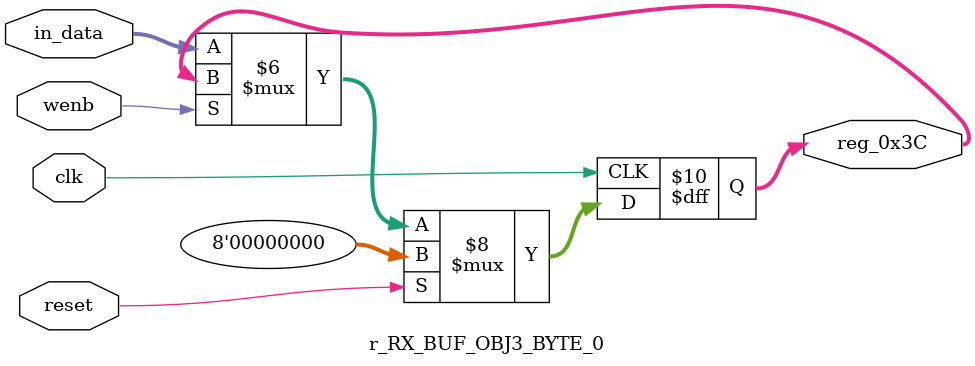
<source format=v>
module r_RX_BUF_OBJ3_BYTE_0(output reg [7:0] reg_0x3C, input wire reset, input wire wenb, input wire [7:0] in_data, input wire clk);
	always@(posedge clk)
	begin
		if(reset==0) begin
			if(wenb==0)
				reg_0x3C<=in_data;
			else
				reg_0x3C<=reg_0x3C;
		end
		else
			reg_0x3C<=8'h00;
	end
endmodule
</source>
